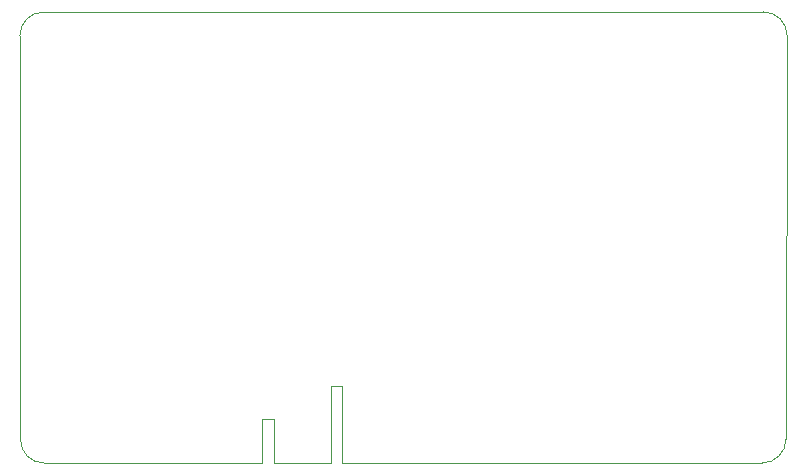
<source format=gbr>
%TF.GenerationSoftware,KiCad,Pcbnew,8.0.6*%
%TF.CreationDate,2024-11-01T17:42:55+02:00*%
%TF.ProjectId,gps_tracer,6770735f-7472-4616-9365-722e6b696361,rev?*%
%TF.SameCoordinates,Original*%
%TF.FileFunction,Profile,NP*%
%FSLAX46Y46*%
G04 Gerber Fmt 4.6, Leading zero omitted, Abs format (unit mm)*
G04 Created by KiCad (PCBNEW 8.0.6) date 2024-11-01 17:42:55*
%MOMM*%
%LPD*%
G01*
G04 APERTURE LIST*
%TA.AperFunction,Profile*%
%ADD10C,0.100000*%
%TD*%
G04 APERTURE END LIST*
D10*
X113200000Y-39000000D02*
X113110000Y-73180000D01*
X74550000Y-75170000D02*
X69740000Y-75170000D01*
X69740000Y-75170000D02*
X69750000Y-71470000D01*
X48240000Y-39010000D02*
G75*
G02*
X50240000Y-37010000I2000000J0D01*
G01*
X48289975Y-73200000D02*
X48240000Y-39010000D01*
X68750000Y-75150000D02*
X53150000Y-75190000D01*
X113110000Y-73180000D02*
G75*
G02*
X111100000Y-75190000I-2010000J0D01*
G01*
X74550000Y-68700000D02*
X74550000Y-75170000D01*
X69750000Y-71470000D02*
X68750000Y-71470000D01*
X68750000Y-71470000D02*
X68750000Y-75150000D01*
X50240000Y-37010000D02*
X111200000Y-37000000D01*
X111200000Y-37000000D02*
G75*
G02*
X113200000Y-39000000I0J-2000000D01*
G01*
X75550000Y-68700000D02*
X74550000Y-68700000D01*
X111100000Y-75190000D02*
X75550000Y-75200000D01*
X75550000Y-75200000D02*
X75550000Y-68700000D01*
X53150000Y-75190000D02*
X50290000Y-75190000D01*
X50290000Y-75190000D02*
G75*
G02*
X48289975Y-73200000I-10000J1990000D01*
G01*
M02*

</source>
